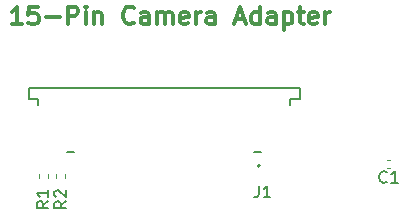
<source format=gbr>
G04 #@! TF.GenerationSoftware,KiCad,Pcbnew,6.0.7-1.fc35*
G04 #@! TF.CreationDate,2022-09-05T19:22:16-05:00*
G04 #@! TF.ProjectId,cam-adapter,63616d2d-6164-4617-9074-65722e6b6963,rev?*
G04 #@! TF.SameCoordinates,Original*
G04 #@! TF.FileFunction,Legend,Top*
G04 #@! TF.FilePolarity,Positive*
%FSLAX46Y46*%
G04 Gerber Fmt 4.6, Leading zero omitted, Abs format (unit mm)*
G04 Created by KiCad (PCBNEW 6.0.7-1.fc35) date 2022-09-05 19:22:16*
%MOMM*%
%LPD*%
G01*
G04 APERTURE LIST*
%ADD10C,0.300000*%
%ADD11C,0.150000*%
%ADD12C,0.127000*%
%ADD13C,0.200000*%
%ADD14C,0.120000*%
G04 APERTURE END LIST*
D10*
X102928571Y-73928571D02*
X102071428Y-73928571D01*
X102500000Y-73928571D02*
X102500000Y-72428571D01*
X102357142Y-72642857D01*
X102214285Y-72785714D01*
X102071428Y-72857142D01*
X104285714Y-72428571D02*
X103571428Y-72428571D01*
X103500000Y-73142857D01*
X103571428Y-73071428D01*
X103714285Y-73000000D01*
X104071428Y-73000000D01*
X104214285Y-73071428D01*
X104285714Y-73142857D01*
X104357142Y-73285714D01*
X104357142Y-73642857D01*
X104285714Y-73785714D01*
X104214285Y-73857142D01*
X104071428Y-73928571D01*
X103714285Y-73928571D01*
X103571428Y-73857142D01*
X103500000Y-73785714D01*
X105000000Y-73357142D02*
X106142857Y-73357142D01*
X106857142Y-73928571D02*
X106857142Y-72428571D01*
X107428571Y-72428571D01*
X107571428Y-72500000D01*
X107642857Y-72571428D01*
X107714285Y-72714285D01*
X107714285Y-72928571D01*
X107642857Y-73071428D01*
X107571428Y-73142857D01*
X107428571Y-73214285D01*
X106857142Y-73214285D01*
X108357142Y-73928571D02*
X108357142Y-72928571D01*
X108357142Y-72428571D02*
X108285714Y-72500000D01*
X108357142Y-72571428D01*
X108428571Y-72500000D01*
X108357142Y-72428571D01*
X108357142Y-72571428D01*
X109071428Y-72928571D02*
X109071428Y-73928571D01*
X109071428Y-73071428D02*
X109142857Y-73000000D01*
X109285714Y-72928571D01*
X109500000Y-72928571D01*
X109642857Y-73000000D01*
X109714285Y-73142857D01*
X109714285Y-73928571D01*
X112428571Y-73785714D02*
X112357142Y-73857142D01*
X112142857Y-73928571D01*
X112000000Y-73928571D01*
X111785714Y-73857142D01*
X111642857Y-73714285D01*
X111571428Y-73571428D01*
X111500000Y-73285714D01*
X111500000Y-73071428D01*
X111571428Y-72785714D01*
X111642857Y-72642857D01*
X111785714Y-72500000D01*
X112000000Y-72428571D01*
X112142857Y-72428571D01*
X112357142Y-72500000D01*
X112428571Y-72571428D01*
X113714285Y-73928571D02*
X113714285Y-73142857D01*
X113642857Y-73000000D01*
X113500000Y-72928571D01*
X113214285Y-72928571D01*
X113071428Y-73000000D01*
X113714285Y-73857142D02*
X113571428Y-73928571D01*
X113214285Y-73928571D01*
X113071428Y-73857142D01*
X113000000Y-73714285D01*
X113000000Y-73571428D01*
X113071428Y-73428571D01*
X113214285Y-73357142D01*
X113571428Y-73357142D01*
X113714285Y-73285714D01*
X114428571Y-73928571D02*
X114428571Y-72928571D01*
X114428571Y-73071428D02*
X114500000Y-73000000D01*
X114642857Y-72928571D01*
X114857142Y-72928571D01*
X115000000Y-73000000D01*
X115071428Y-73142857D01*
X115071428Y-73928571D01*
X115071428Y-73142857D02*
X115142857Y-73000000D01*
X115285714Y-72928571D01*
X115500000Y-72928571D01*
X115642857Y-73000000D01*
X115714285Y-73142857D01*
X115714285Y-73928571D01*
X117000000Y-73857142D02*
X116857142Y-73928571D01*
X116571428Y-73928571D01*
X116428571Y-73857142D01*
X116357142Y-73714285D01*
X116357142Y-73142857D01*
X116428571Y-73000000D01*
X116571428Y-72928571D01*
X116857142Y-72928571D01*
X117000000Y-73000000D01*
X117071428Y-73142857D01*
X117071428Y-73285714D01*
X116357142Y-73428571D01*
X117714285Y-73928571D02*
X117714285Y-72928571D01*
X117714285Y-73214285D02*
X117785714Y-73071428D01*
X117857142Y-73000000D01*
X118000000Y-72928571D01*
X118142857Y-72928571D01*
X119285714Y-73928571D02*
X119285714Y-73142857D01*
X119214285Y-73000000D01*
X119071428Y-72928571D01*
X118785714Y-72928571D01*
X118642857Y-73000000D01*
X119285714Y-73857142D02*
X119142857Y-73928571D01*
X118785714Y-73928571D01*
X118642857Y-73857142D01*
X118571428Y-73714285D01*
X118571428Y-73571428D01*
X118642857Y-73428571D01*
X118785714Y-73357142D01*
X119142857Y-73357142D01*
X119285714Y-73285714D01*
X121071428Y-73500000D02*
X121785714Y-73500000D01*
X120928571Y-73928571D02*
X121428571Y-72428571D01*
X121928571Y-73928571D01*
X123071428Y-73928571D02*
X123071428Y-72428571D01*
X123071428Y-73857142D02*
X122928571Y-73928571D01*
X122642857Y-73928571D01*
X122500000Y-73857142D01*
X122428571Y-73785714D01*
X122357142Y-73642857D01*
X122357142Y-73214285D01*
X122428571Y-73071428D01*
X122500000Y-73000000D01*
X122642857Y-72928571D01*
X122928571Y-72928571D01*
X123071428Y-73000000D01*
X124428571Y-73928571D02*
X124428571Y-73142857D01*
X124357142Y-73000000D01*
X124214285Y-72928571D01*
X123928571Y-72928571D01*
X123785714Y-73000000D01*
X124428571Y-73857142D02*
X124285714Y-73928571D01*
X123928571Y-73928571D01*
X123785714Y-73857142D01*
X123714285Y-73714285D01*
X123714285Y-73571428D01*
X123785714Y-73428571D01*
X123928571Y-73357142D01*
X124285714Y-73357142D01*
X124428571Y-73285714D01*
X125142857Y-72928571D02*
X125142857Y-74428571D01*
X125142857Y-73000000D02*
X125285714Y-72928571D01*
X125571428Y-72928571D01*
X125714285Y-73000000D01*
X125785714Y-73071428D01*
X125857142Y-73214285D01*
X125857142Y-73642857D01*
X125785714Y-73785714D01*
X125714285Y-73857142D01*
X125571428Y-73928571D01*
X125285714Y-73928571D01*
X125142857Y-73857142D01*
X126285714Y-72928571D02*
X126857142Y-72928571D01*
X126500000Y-72428571D02*
X126500000Y-73714285D01*
X126571428Y-73857142D01*
X126714285Y-73928571D01*
X126857142Y-73928571D01*
X127928571Y-73857142D02*
X127785714Y-73928571D01*
X127500000Y-73928571D01*
X127357142Y-73857142D01*
X127285714Y-73714285D01*
X127285714Y-73142857D01*
X127357142Y-73000000D01*
X127500000Y-72928571D01*
X127785714Y-72928571D01*
X127928571Y-73000000D01*
X128000000Y-73142857D01*
X128000000Y-73285714D01*
X127285714Y-73428571D01*
X128642857Y-73928571D02*
X128642857Y-72928571D01*
X128642857Y-73214285D02*
X128714285Y-73071428D01*
X128785714Y-73000000D01*
X128928571Y-72928571D01*
X129071428Y-72928571D01*
D11*
G04 #@! TO.C,J1*
X122991666Y-87587380D02*
X122991666Y-88301666D01*
X122944047Y-88444523D01*
X122848809Y-88539761D01*
X122705952Y-88587380D01*
X122610714Y-88587380D01*
X123991666Y-88587380D02*
X123420238Y-88587380D01*
X123705952Y-88587380D02*
X123705952Y-87587380D01*
X123610714Y-87730238D01*
X123515476Y-87825476D01*
X123420238Y-87873095D01*
G04 #@! TO.C,R1*
X105202380Y-88916666D02*
X104726190Y-89250000D01*
X105202380Y-89488095D02*
X104202380Y-89488095D01*
X104202380Y-89107142D01*
X104250000Y-89011904D01*
X104297619Y-88964285D01*
X104392857Y-88916666D01*
X104535714Y-88916666D01*
X104630952Y-88964285D01*
X104678571Y-89011904D01*
X104726190Y-89107142D01*
X104726190Y-89488095D01*
X105202380Y-87964285D02*
X105202380Y-88535714D01*
X105202380Y-88250000D02*
X104202380Y-88250000D01*
X104345238Y-88345238D01*
X104440476Y-88440476D01*
X104488095Y-88535714D01*
G04 #@! TO.C,C1*
X133833333Y-87267142D02*
X133785714Y-87314761D01*
X133642857Y-87362380D01*
X133547619Y-87362380D01*
X133404761Y-87314761D01*
X133309523Y-87219523D01*
X133261904Y-87124285D01*
X133214285Y-86933809D01*
X133214285Y-86790952D01*
X133261904Y-86600476D01*
X133309523Y-86505238D01*
X133404761Y-86410000D01*
X133547619Y-86362380D01*
X133642857Y-86362380D01*
X133785714Y-86410000D01*
X133833333Y-86457619D01*
X134785714Y-87362380D02*
X134214285Y-87362380D01*
X134500000Y-87362380D02*
X134500000Y-86362380D01*
X134404761Y-86505238D01*
X134309523Y-86600476D01*
X134214285Y-86648095D01*
G04 #@! TO.C,R2*
X106702380Y-88916666D02*
X106226190Y-89250000D01*
X106702380Y-89488095D02*
X105702380Y-89488095D01*
X105702380Y-89107142D01*
X105750000Y-89011904D01*
X105797619Y-88964285D01*
X105892857Y-88916666D01*
X106035714Y-88916666D01*
X106130952Y-88964285D01*
X106178571Y-89011904D01*
X106226190Y-89107142D01*
X106226190Y-89488095D01*
X105797619Y-88535714D02*
X105750000Y-88488095D01*
X105702380Y-88392857D01*
X105702380Y-88154761D01*
X105750000Y-88059523D01*
X105797619Y-88011904D01*
X105892857Y-87964285D01*
X105988095Y-87964285D01*
X106130952Y-88011904D01*
X106702380Y-88583333D01*
X106702380Y-87964285D01*
D12*
G04 #@! TO.C,J1*
X104325000Y-80750000D02*
X104325000Y-80240000D01*
X107360000Y-84750000D02*
X106800000Y-84750000D01*
X103540000Y-79350000D02*
X126460000Y-79350000D01*
X125675000Y-80750000D02*
X125675000Y-80240000D01*
X125675000Y-80240000D02*
X126460000Y-80240000D01*
X103540000Y-80240000D02*
X104325000Y-80240000D01*
X126460000Y-79350000D02*
X126460000Y-80240000D01*
X103540000Y-80240000D02*
X103540000Y-79350000D01*
X123200000Y-84750000D02*
X122640000Y-84750000D01*
D13*
X123100000Y-85920000D02*
G75*
G03*
X123100000Y-85920000I-100000J0D01*
G01*
D14*
G04 #@! TO.C,R1*
X104370000Y-86582379D02*
X104370000Y-86917621D01*
X105130000Y-86582379D02*
X105130000Y-86917621D01*
G04 #@! TO.C,C1*
X134115835Y-85390000D02*
X133884165Y-85390000D01*
X134115835Y-86110000D02*
X133884165Y-86110000D01*
G04 #@! TO.C,R2*
X106630000Y-86582379D02*
X106630000Y-86917621D01*
X105870000Y-86582379D02*
X105870000Y-86917621D01*
G04 #@! TD*
M02*

</source>
